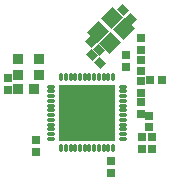
<source format=gts>
%FSLAX24Y24*%
%MOIN*%
G70*
G01*
G75*
G04 Layer_Color=8388736*
%ADD10R,0.0197X0.0256*%
%ADD11R,0.0197X0.0236*%
%ADD12R,0.0236X0.0197*%
%ADD13R,0.0217X0.0236*%
G04:AMPARAMS|DCode=14|XSize=19.7mil|YSize=23.6mil|CornerRadius=0mil|HoleSize=0mil|Usage=FLASHONLY|Rotation=225.000|XOffset=0mil|YOffset=0mil|HoleType=Round|Shape=Rectangle|*
%AMROTATEDRECTD14*
4,1,4,-0.0014,0.0153,0.0153,-0.0014,0.0014,-0.0153,-0.0153,0.0014,-0.0014,0.0153,0.0*
%
%ADD14ROTATEDRECTD14*%

%ADD15R,0.0315X0.0295*%
%ADD16R,0.1850X0.1850*%
%ADD17O,0.0079X0.0256*%
%ADD18O,0.0256X0.0079*%
G04:AMPARAMS|DCode=19|XSize=47.2mil|YSize=43.3mil|CornerRadius=0mil|HoleSize=0mil|Usage=FLASHONLY|Rotation=225.000|XOffset=0mil|YOffset=0mil|HoleType=Round|Shape=Rectangle|*
%AMROTATEDRECTD19*
4,1,4,0.0014,0.0320,0.0320,0.0014,-0.0014,-0.0320,-0.0320,-0.0014,0.0014,0.0320,0.0*
%
%ADD19ROTATEDRECTD19*%

%ADD20R,0.0295X0.0315*%
%ADD21R,0.0400X0.0370*%
%ADD22C,0.0090*%
%ADD23C,0.0080*%
%ADD24C,0.0060*%
%ADD25C,0.0370*%
%ADD26C,0.0150*%
%ADD27C,0.0240*%
%ADD28C,0.0260*%
%ADD29C,0.0098*%
%ADD30C,0.0079*%
%ADD31C,0.0050*%
%ADD32R,0.0257X0.0316*%
%ADD33R,0.0257X0.0296*%
%ADD34R,0.0296X0.0257*%
%ADD35R,0.0277X0.0296*%
G04:AMPARAMS|DCode=36|XSize=25.7mil|YSize=29.6mil|CornerRadius=0mil|HoleSize=0mil|Usage=FLASHONLY|Rotation=225.000|XOffset=0mil|YOffset=0mil|HoleType=Round|Shape=Rectangle|*
%AMROTATEDRECTD36*
4,1,4,-0.0014,0.0196,0.0196,-0.0014,0.0014,-0.0196,-0.0196,0.0014,-0.0014,0.0196,0.0*
%
%ADD36ROTATEDRECTD36*%

%ADD37R,0.0375X0.0355*%
%ADD38R,0.1910X0.1910*%
%ADD39O,0.0139X0.0316*%
%ADD40O,0.0316X0.0139*%
G04:AMPARAMS|DCode=41|XSize=53.2mil|YSize=49.3mil|CornerRadius=0mil|HoleSize=0mil|Usage=FLASHONLY|Rotation=225.000|XOffset=0mil|YOffset=0mil|HoleType=Round|Shape=Rectangle|*
%AMROTATEDRECTD41*
4,1,4,0.0014,0.0363,0.0363,0.0014,-0.0014,-0.0363,-0.0363,-0.0014,0.0014,0.0363,0.0*
%
%ADD41ROTATEDRECTD41*%

%ADD42R,0.0355X0.0375*%
D32*
X1790Y347D02*
D03*
Y-27D02*
D03*
X2070Y-103D02*
D03*
Y-477D02*
D03*
X1790Y1767D02*
D03*
Y1393D02*
D03*
X-2640Y773D02*
D03*
Y1147D02*
D03*
D33*
X1790Y1067D02*
D03*
Y673D02*
D03*
X2170Y-1197D02*
D03*
Y-803D02*
D03*
X1790Y2487D02*
D03*
Y2093D02*
D03*
X1290Y1917D02*
D03*
Y1523D02*
D03*
X-1720Y-1317D02*
D03*
Y-923D02*
D03*
X1840Y-1197D02*
D03*
Y-803D02*
D03*
D34*
X2497Y1090D02*
D03*
X2103D02*
D03*
D35*
X810Y-2017D02*
D03*
Y-1623D02*
D03*
D36*
X131Y2359D02*
D03*
X409Y2081D02*
D03*
X151Y1939D02*
D03*
X429Y1661D02*
D03*
X1459Y3131D02*
D03*
X1181Y3409D02*
D03*
D37*
X-1590Y1776D02*
D03*
Y1244D02*
D03*
X-2300Y1776D02*
D03*
Y1244D02*
D03*
D38*
X-0Y0D02*
D03*
D39*
X-866Y1191D02*
D03*
X-709D02*
D03*
X-551D02*
D03*
X-394D02*
D03*
X-236D02*
D03*
X-79D02*
D03*
X79D02*
D03*
X236D02*
D03*
X394D02*
D03*
X551D02*
D03*
X709D02*
D03*
X866D02*
D03*
Y-1191D02*
D03*
X709D02*
D03*
X551D02*
D03*
X394D02*
D03*
X236D02*
D03*
X79D02*
D03*
X-79D02*
D03*
X-236D02*
D03*
X-394D02*
D03*
X-551D02*
D03*
X-709D02*
D03*
X-866D02*
D03*
D40*
X1191Y866D02*
D03*
Y709D02*
D03*
Y551D02*
D03*
Y394D02*
D03*
Y236D02*
D03*
Y79D02*
D03*
Y-79D02*
D03*
Y-236D02*
D03*
Y-394D02*
D03*
Y-551D02*
D03*
Y-709D02*
D03*
Y-866D02*
D03*
X-1191D02*
D03*
Y-709D02*
D03*
Y-551D02*
D03*
Y-394D02*
D03*
Y-236D02*
D03*
Y-79D02*
D03*
Y79D02*
D03*
Y236D02*
D03*
Y394D02*
D03*
Y551D02*
D03*
Y709D02*
D03*
Y866D02*
D03*
D41*
X358Y2698D02*
D03*
X748Y2308D02*
D03*
X832Y3171D02*
D03*
X1221Y2782D02*
D03*
D42*
X-2306Y800D02*
D03*
X-1774D02*
D03*
M02*

</source>
